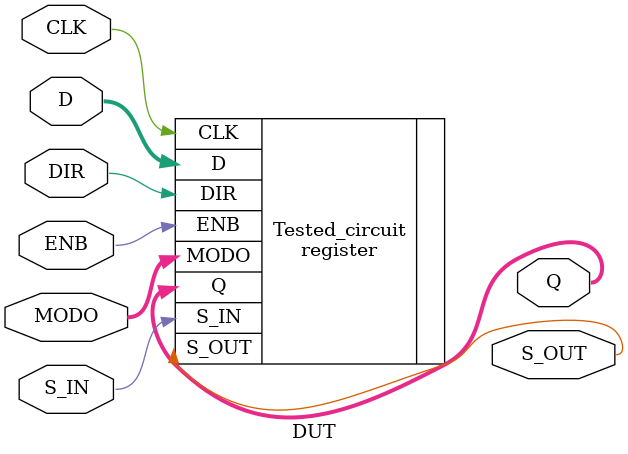
<source format=v>
`include "4bits_shiftregister.v"

module DUT(
    // CLK
    input CLK,
    // Transactions enabled
    input ENB,
    // Direction for the rotation
    input DIR,
    // Serial entry
    input S_IN,
    // MODE 
    input [1:0] MODO,
    // Paralel entry
    input [3:0] D,
    // Paralel output
    output wire [3:0] Q,
    // Serial output
    output wire S_OUT
);

register Tested_circuit(
    .CLK(CLK),
    .ENB(ENB),
    .DIR(DIR),
    .S_IN(S_IN),
    .MODO(MODO),
    .D(D),
    .Q(Q),
    .S_OUT(S_OUT)      
);



endmodule
</source>
